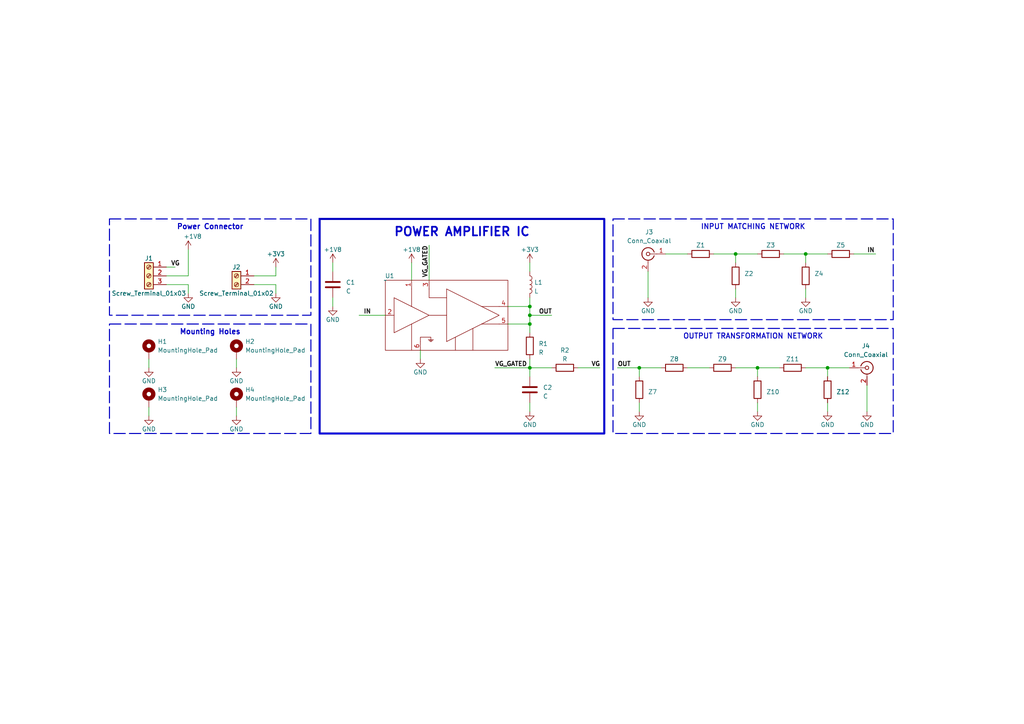
<source format=kicad_sch>
(kicad_sch (version 20230121) (generator eeschema)

  (uuid 5d4895a5-4978-461b-a9d9-a58d0da487db)

  (paper "A4")

  (title_block
    (title "Mini Asic Power Amplifier Test Board")
    (rev "1.0")
    (company "Universidade Federal do Rio Grande do Sul")
  )

  (lib_symbols
    (symbol "Connector:Conn_Coaxial" (pin_names (offset 1.016) hide) (in_bom yes) (on_board yes)
      (property "Reference" "J" (at 0.254 3.048 0)
        (effects (font (size 1.27 1.27)))
      )
      (property "Value" "Conn_Coaxial" (at 2.921 0 90)
        (effects (font (size 1.27 1.27)))
      )
      (property "Footprint" "" (at 0 0 0)
        (effects (font (size 1.27 1.27)) hide)
      )
      (property "Datasheet" " ~" (at 0 0 0)
        (effects (font (size 1.27 1.27)) hide)
      )
      (property "ki_keywords" "BNC SMA SMB SMC LEMO coaxial connector CINCH RCA" (at 0 0 0)
        (effects (font (size 1.27 1.27)) hide)
      )
      (property "ki_description" "coaxial connector (BNC, SMA, SMB, SMC, Cinch/RCA, LEMO, ...)" (at 0 0 0)
        (effects (font (size 1.27 1.27)) hide)
      )
      (property "ki_fp_filters" "*BNC* *SMA* *SMB* *SMC* *Cinch* *LEMO*" (at 0 0 0)
        (effects (font (size 1.27 1.27)) hide)
      )
      (symbol "Conn_Coaxial_0_1"
        (arc (start -1.778 -0.508) (mid 0.2311 -1.8066) (end 1.778 0)
          (stroke (width 0.254) (type default))
          (fill (type none))
        )
        (polyline
          (pts
            (xy -2.54 0)
            (xy -0.508 0)
          )
          (stroke (width 0) (type default))
          (fill (type none))
        )
        (polyline
          (pts
            (xy 0 -2.54)
            (xy 0 -1.778)
          )
          (stroke (width 0) (type default))
          (fill (type none))
        )
        (circle (center 0 0) (radius 0.508)
          (stroke (width 0.2032) (type default))
          (fill (type none))
        )
        (arc (start 1.778 0) (mid 0.2099 1.8101) (end -1.778 0.508)
          (stroke (width 0.254) (type default))
          (fill (type none))
        )
      )
      (symbol "Conn_Coaxial_1_1"
        (pin passive line (at -5.08 0 0) (length 2.54)
          (name "In" (effects (font (size 1.27 1.27))))
          (number "1" (effects (font (size 1.27 1.27))))
        )
        (pin passive line (at 0 -5.08 90) (length 2.54)
          (name "Ext" (effects (font (size 1.27 1.27))))
          (number "2" (effects (font (size 1.27 1.27))))
        )
      )
    )
    (symbol "Connector:Screw_Terminal_01x02" (pin_names (offset 1.016) hide) (in_bom yes) (on_board yes)
      (property "Reference" "J" (at 0 2.54 0)
        (effects (font (size 1.27 1.27)))
      )
      (property "Value" "Screw_Terminal_01x02" (at 0 -5.08 0)
        (effects (font (size 1.27 1.27)))
      )
      (property "Footprint" "" (at 0 0 0)
        (effects (font (size 1.27 1.27)) hide)
      )
      (property "Datasheet" "~" (at 0 0 0)
        (effects (font (size 1.27 1.27)) hide)
      )
      (property "ki_keywords" "screw terminal" (at 0 0 0)
        (effects (font (size 1.27 1.27)) hide)
      )
      (property "ki_description" "Generic screw terminal, single row, 01x02, script generated (kicad-library-utils/schlib/autogen/connector/)" (at 0 0 0)
        (effects (font (size 1.27 1.27)) hide)
      )
      (property "ki_fp_filters" "TerminalBlock*:*" (at 0 0 0)
        (effects (font (size 1.27 1.27)) hide)
      )
      (symbol "Screw_Terminal_01x02_1_1"
        (rectangle (start -1.27 1.27) (end 1.27 -3.81)
          (stroke (width 0.254) (type default))
          (fill (type background))
        )
        (circle (center 0 -2.54) (radius 0.635)
          (stroke (width 0.1524) (type default))
          (fill (type none))
        )
        (polyline
          (pts
            (xy -0.5334 -2.2098)
            (xy 0.3302 -3.048)
          )
          (stroke (width 0.1524) (type default))
          (fill (type none))
        )
        (polyline
          (pts
            (xy -0.5334 0.3302)
            (xy 0.3302 -0.508)
          )
          (stroke (width 0.1524) (type default))
          (fill (type none))
        )
        (polyline
          (pts
            (xy -0.3556 -2.032)
            (xy 0.508 -2.8702)
          )
          (stroke (width 0.1524) (type default))
          (fill (type none))
        )
        (polyline
          (pts
            (xy -0.3556 0.508)
            (xy 0.508 -0.3302)
          )
          (stroke (width 0.1524) (type default))
          (fill (type none))
        )
        (circle (center 0 0) (radius 0.635)
          (stroke (width 0.1524) (type default))
          (fill (type none))
        )
        (pin passive line (at -5.08 0 0) (length 3.81)
          (name "Pin_1" (effects (font (size 1.27 1.27))))
          (number "1" (effects (font (size 1.27 1.27))))
        )
        (pin passive line (at -5.08 -2.54 0) (length 3.81)
          (name "Pin_2" (effects (font (size 1.27 1.27))))
          (number "2" (effects (font (size 1.27 1.27))))
        )
      )
    )
    (symbol "Connector:Screw_Terminal_01x03" (pin_names (offset 1.016) hide) (in_bom yes) (on_board yes)
      (property "Reference" "J" (at 0 5.08 0)
        (effects (font (size 1.27 1.27)))
      )
      (property "Value" "Screw_Terminal_01x03" (at 0 -5.08 0)
        (effects (font (size 1.27 1.27)))
      )
      (property "Footprint" "" (at 0 0 0)
        (effects (font (size 1.27 1.27)) hide)
      )
      (property "Datasheet" "~" (at 0 0 0)
        (effects (font (size 1.27 1.27)) hide)
      )
      (property "ki_keywords" "screw terminal" (at 0 0 0)
        (effects (font (size 1.27 1.27)) hide)
      )
      (property "ki_description" "Generic screw terminal, single row, 01x03, script generated (kicad-library-utils/schlib/autogen/connector/)" (at 0 0 0)
        (effects (font (size 1.27 1.27)) hide)
      )
      (property "ki_fp_filters" "TerminalBlock*:*" (at 0 0 0)
        (effects (font (size 1.27 1.27)) hide)
      )
      (symbol "Screw_Terminal_01x03_1_1"
        (rectangle (start -1.27 3.81) (end 1.27 -3.81)
          (stroke (width 0.254) (type default))
          (fill (type background))
        )
        (circle (center 0 -2.54) (radius 0.635)
          (stroke (width 0.1524) (type default))
          (fill (type none))
        )
        (polyline
          (pts
            (xy -0.5334 -2.2098)
            (xy 0.3302 -3.048)
          )
          (stroke (width 0.1524) (type default))
          (fill (type none))
        )
        (polyline
          (pts
            (xy -0.5334 0.3302)
            (xy 0.3302 -0.508)
          )
          (stroke (width 0.1524) (type default))
          (fill (type none))
        )
        (polyline
          (pts
            (xy -0.5334 2.8702)
            (xy 0.3302 2.032)
          )
          (stroke (width 0.1524) (type default))
          (fill (type none))
        )
        (polyline
          (pts
            (xy -0.3556 -2.032)
            (xy 0.508 -2.8702)
          )
          (stroke (width 0.1524) (type default))
          (fill (type none))
        )
        (polyline
          (pts
            (xy -0.3556 0.508)
            (xy 0.508 -0.3302)
          )
          (stroke (width 0.1524) (type default))
          (fill (type none))
        )
        (polyline
          (pts
            (xy -0.3556 3.048)
            (xy 0.508 2.2098)
          )
          (stroke (width 0.1524) (type default))
          (fill (type none))
        )
        (circle (center 0 0) (radius 0.635)
          (stroke (width 0.1524) (type default))
          (fill (type none))
        )
        (circle (center 0 2.54) (radius 0.635)
          (stroke (width 0.1524) (type default))
          (fill (type none))
        )
        (pin passive line (at -5.08 2.54 0) (length 3.81)
          (name "Pin_1" (effects (font (size 1.27 1.27))))
          (number "1" (effects (font (size 1.27 1.27))))
        )
        (pin passive line (at -5.08 0 0) (length 3.81)
          (name "Pin_2" (effects (font (size 1.27 1.27))))
          (number "2" (effects (font (size 1.27 1.27))))
        )
        (pin passive line (at -5.08 -2.54 0) (length 3.81)
          (name "Pin_3" (effects (font (size 1.27 1.27))))
          (number "3" (effects (font (size 1.27 1.27))))
        )
      )
    )
    (symbol "Device:C" (pin_numbers hide) (pin_names (offset 0.254)) (in_bom yes) (on_board yes)
      (property "Reference" "C" (at 0.635 2.54 0)
        (effects (font (size 1.27 1.27)) (justify left))
      )
      (property "Value" "C" (at 0.635 -2.54 0)
        (effects (font (size 1.27 1.27)) (justify left))
      )
      (property "Footprint" "" (at 0.9652 -3.81 0)
        (effects (font (size 1.27 1.27)) hide)
      )
      (property "Datasheet" "~" (at 0 0 0)
        (effects (font (size 1.27 1.27)) hide)
      )
      (property "ki_keywords" "cap capacitor" (at 0 0 0)
        (effects (font (size 1.27 1.27)) hide)
      )
      (property "ki_description" "Unpolarized capacitor" (at 0 0 0)
        (effects (font (size 1.27 1.27)) hide)
      )
      (property "ki_fp_filters" "C_*" (at 0 0 0)
        (effects (font (size 1.27 1.27)) hide)
      )
      (symbol "C_0_1"
        (polyline
          (pts
            (xy -2.032 -0.762)
            (xy 2.032 -0.762)
          )
          (stroke (width 0.508) (type default))
          (fill (type none))
        )
        (polyline
          (pts
            (xy -2.032 0.762)
            (xy 2.032 0.762)
          )
          (stroke (width 0.508) (type default))
          (fill (type none))
        )
      )
      (symbol "C_1_1"
        (pin passive line (at 0 3.81 270) (length 2.794)
          (name "~" (effects (font (size 1.27 1.27))))
          (number "1" (effects (font (size 1.27 1.27))))
        )
        (pin passive line (at 0 -3.81 90) (length 2.794)
          (name "~" (effects (font (size 1.27 1.27))))
          (number "2" (effects (font (size 1.27 1.27))))
        )
      )
    )
    (symbol "Device:L" (pin_numbers hide) (pin_names (offset 1.016) hide) (in_bom yes) (on_board yes)
      (property "Reference" "L" (at -1.27 0 90)
        (effects (font (size 1.27 1.27)))
      )
      (property "Value" "L" (at 1.905 0 90)
        (effects (font (size 1.27 1.27)))
      )
      (property "Footprint" "" (at 0 0 0)
        (effects (font (size 1.27 1.27)) hide)
      )
      (property "Datasheet" "~" (at 0 0 0)
        (effects (font (size 1.27 1.27)) hide)
      )
      (property "ki_keywords" "inductor choke coil reactor magnetic" (at 0 0 0)
        (effects (font (size 1.27 1.27)) hide)
      )
      (property "ki_description" "Inductor" (at 0 0 0)
        (effects (font (size 1.27 1.27)) hide)
      )
      (property "ki_fp_filters" "Choke_* *Coil* Inductor_* L_*" (at 0 0 0)
        (effects (font (size 1.27 1.27)) hide)
      )
      (symbol "L_0_1"
        (arc (start 0 -2.54) (mid 0.6323 -1.905) (end 0 -1.27)
          (stroke (width 0) (type default))
          (fill (type none))
        )
        (arc (start 0 -1.27) (mid 0.6323 -0.635) (end 0 0)
          (stroke (width 0) (type default))
          (fill (type none))
        )
        (arc (start 0 0) (mid 0.6323 0.635) (end 0 1.27)
          (stroke (width 0) (type default))
          (fill (type none))
        )
        (arc (start 0 1.27) (mid 0.6323 1.905) (end 0 2.54)
          (stroke (width 0) (type default))
          (fill (type none))
        )
      )
      (symbol "L_1_1"
        (pin passive line (at 0 3.81 270) (length 1.27)
          (name "1" (effects (font (size 1.27 1.27))))
          (number "1" (effects (font (size 1.27 1.27))))
        )
        (pin passive line (at 0 -3.81 90) (length 1.27)
          (name "2" (effects (font (size 1.27 1.27))))
          (number "2" (effects (font (size 1.27 1.27))))
        )
      )
    )
    (symbol "Device:R" (pin_numbers hide) (pin_names (offset 0)) (in_bom yes) (on_board yes)
      (property "Reference" "R" (at 2.032 0 90)
        (effects (font (size 1.27 1.27)))
      )
      (property "Value" "R" (at 0 0 90)
        (effects (font (size 1.27 1.27)))
      )
      (property "Footprint" "" (at -1.778 0 90)
        (effects (font (size 1.27 1.27)) hide)
      )
      (property "Datasheet" "~" (at 0 0 0)
        (effects (font (size 1.27 1.27)) hide)
      )
      (property "ki_keywords" "R res resistor" (at 0 0 0)
        (effects (font (size 1.27 1.27)) hide)
      )
      (property "ki_description" "Resistor" (at 0 0 0)
        (effects (font (size 1.27 1.27)) hide)
      )
      (property "ki_fp_filters" "R_*" (at 0 0 0)
        (effects (font (size 1.27 1.27)) hide)
      )
      (symbol "R_0_1"
        (rectangle (start -1.016 -2.54) (end 1.016 2.54)
          (stroke (width 0.254) (type default))
          (fill (type none))
        )
      )
      (symbol "R_1_1"
        (pin passive line (at 0 3.81 270) (length 1.27)
          (name "~" (effects (font (size 1.27 1.27))))
          (number "1" (effects (font (size 1.27 1.27))))
        )
        (pin passive line (at 0 -3.81 90) (length 1.27)
          (name "~" (effects (font (size 1.27 1.27))))
          (number "2" (effects (font (size 1.27 1.27))))
        )
      )
    )
    (symbol "Mechanical:MountingHole_Pad" (pin_numbers hide) (pin_names (offset 1.016) hide) (in_bom yes) (on_board yes)
      (property "Reference" "H" (at 0 6.35 0)
        (effects (font (size 1.27 1.27)))
      )
      (property "Value" "MountingHole_Pad" (at 0 4.445 0)
        (effects (font (size 1.27 1.27)))
      )
      (property "Footprint" "" (at 0 0 0)
        (effects (font (size 1.27 1.27)) hide)
      )
      (property "Datasheet" "~" (at 0 0 0)
        (effects (font (size 1.27 1.27)) hide)
      )
      (property "ki_keywords" "mounting hole" (at 0 0 0)
        (effects (font (size 1.27 1.27)) hide)
      )
      (property "ki_description" "Mounting Hole with connection" (at 0 0 0)
        (effects (font (size 1.27 1.27)) hide)
      )
      (property "ki_fp_filters" "MountingHole*Pad*" (at 0 0 0)
        (effects (font (size 1.27 1.27)) hide)
      )
      (symbol "MountingHole_Pad_0_1"
        (circle (center 0 1.27) (radius 1.27)
          (stroke (width 1.27) (type default))
          (fill (type none))
        )
      )
      (symbol "MountingHole_Pad_1_1"
        (pin input line (at 0 -2.54 90) (length 2.54)
          (name "1" (effects (font (size 1.27 1.27))))
          (number "1" (effects (font (size 1.27 1.27))))
        )
      )
    )
    (symbol "MiniAsic2020_Library_Symbol:PA" (pin_names (offset 0) hide) (in_bom yes) (on_board yes)
      (property "Reference" "U" (at 32.512 1.778 0)
        (effects (font (size 1.27 1.27)))
      )
      (property "Value" "" (at 0 0 0)
        (effects (font (size 1.27 1.27)))
      )
      (property "Footprint" "MiniAsic2020_Library_Footprint:MiniAsic2020_MPW_Chip" (at 26.416 -21.844 0)
        (effects (font (size 1.27 1.27)) hide)
      )
      (property "Datasheet" "" (at 0 0 0)
        (effects (font (size 1.27 1.27)) hide)
      )
      (property "ki_description" "MiniAsic 2020 Power Amplifier" (at 0 0 0)
        (effects (font (size 1.27 1.27)) hide)
      )
      (symbol "PA_0_1"
        (polyline
          (pts
            (xy 12.446 -17.272)
            (xy 13.97 -17.272)
          )
          (stroke (width 0) (type default))
          (fill (type none))
        )
        (polyline
          (pts
            (xy 12.7 -17.526)
            (xy 13.716 -17.526)
          )
          (stroke (width 0) (type default))
          (fill (type none))
        )
        (polyline
          (pts
            (xy 12.954 -17.78)
            (xy 13.462 -17.78)
          )
          (stroke (width 0) (type default))
          (fill (type none))
        )
        (polyline
          (pts
            (xy 10.16 -17.78)
            (xy 10.16 -16.51)
            (xy 13.208 -16.51)
            (xy 13.208 -17.272)
          )
          (stroke (width 0) (type default))
          (fill (type none))
        )
      )
      (symbol "PA_1_1"
        (polyline
          (pts
            (xy 7.62 -20.32)
            (xy 7.62 -12.7)
          )
          (stroke (width 0) (type default))
          (fill (type none))
        )
        (polyline
          (pts
            (xy 7.62 -2.54)
            (xy 7.62 -7.62)
          )
          (stroke (width 0) (type default))
          (fill (type none))
        )
        (polyline
          (pts
            (xy 12.7 -10.16)
            (xy 17.78 -10.16)
          )
          (stroke (width 0) (type default))
          (fill (type none))
        )
        (polyline
          (pts
            (xy 17.78 -2.54)
            (xy 17.78 -17.78)
          )
          (stroke (width 0) (type default))
          (fill (type none))
        )
        (polyline
          (pts
            (xy 20.32 -20.32)
            (xy 20.32 -16.51)
          )
          (stroke (width 0) (type default))
          (fill (type none))
        )
        (polyline
          (pts
            (xy 25.4 -20.32)
            (xy 25.4 -13.97)
          )
          (stroke (width 0) (type default))
          (fill (type none))
        )
        (polyline
          (pts
            (xy 33.02 -12.7)
            (xy 27.94 -12.7)
          )
          (stroke (width 0) (type default))
          (fill (type none))
        )
        (polyline
          (pts
            (xy 33.02 -7.62)
            (xy 27.94 -7.62)
          )
          (stroke (width 0) (type default))
          (fill (type none))
        )
        (polyline
          (pts
            (xy 12.7 -2.54)
            (xy 12.7 -5.08)
            (xy 17.78 -5.08)
          )
          (stroke (width 0) (type default))
          (fill (type none))
        )
        (polyline
          (pts
            (xy 17.78 -17.78)
            (xy 33.02 -10.16)
            (xy 17.78 -2.54)
          )
          (stroke (width 0) (type default))
          (fill (type none))
        )
        (polyline
          (pts
            (xy 2.54 -5.08)
            (xy 2.54 -15.24)
            (xy 12.7 -10.16)
            (xy 2.54 -5.08)
          )
          (stroke (width 0) (type default))
          (fill (type none))
        )
        (rectangle (start 0 0) (end 35.56 -20.32)
          (stroke (width 0) (type default))
          (fill (type none))
        )
        (pin bidirectional line (at 7.62 0 270) (length 2.54)
          (name "DRV_VDD" (effects (font (size 1.27 1.27))))
          (number "1" (effects (font (size 1.27 1.27))))
        )
        (pin input line (at 0 -10.16 0) (length 2.54)
          (name "IN" (effects (font (size 1.27 1.27))))
          (number "2" (effects (font (size 1.27 1.27))))
        )
        (pin input line (at 12.7 0 270) (length 2.54)
          (name "VG" (effects (font (size 1.27 1.27))))
          (number "3" (effects (font (size 1.27 1.27))))
        )
        (pin output line (at 35.56 -7.62 180) (length 2.54)
          (name "OUT_1" (effects (font (size 1.27 1.27))))
          (number "4" (effects (font (size 1.27 1.27))))
        )
        (pin output line (at 35.56 -12.7 180) (length 2.54)
          (name "OUT_2" (effects (font (size 1.27 1.27))))
          (number "5" (effects (font (size 1.27 1.27))))
        )
        (pin power_in line (at 10.16 -20.32 90) (length 2.54)
          (name "GND" (effects (font (size 1.27 1.27))))
          (number "6" (effects (font (size 1.27 1.27))))
        )
      )
    )
    (symbol "power:+1V8" (power) (pin_names (offset 0)) (in_bom yes) (on_board yes)
      (property "Reference" "#PWR" (at 0 -3.81 0)
        (effects (font (size 1.27 1.27)) hide)
      )
      (property "Value" "+1V8" (at 0 3.556 0)
        (effects (font (size 1.27 1.27)))
      )
      (property "Footprint" "" (at 0 0 0)
        (effects (font (size 1.27 1.27)) hide)
      )
      (property "Datasheet" "" (at 0 0 0)
        (effects (font (size 1.27 1.27)) hide)
      )
      (property "ki_keywords" "global power" (at 0 0 0)
        (effects (font (size 1.27 1.27)) hide)
      )
      (property "ki_description" "Power symbol creates a global label with name \"+1V8\"" (at 0 0 0)
        (effects (font (size 1.27 1.27)) hide)
      )
      (symbol "+1V8_0_1"
        (polyline
          (pts
            (xy -0.762 1.27)
            (xy 0 2.54)
          )
          (stroke (width 0) (type default))
          (fill (type none))
        )
        (polyline
          (pts
            (xy 0 0)
            (xy 0 2.54)
          )
          (stroke (width 0) (type default))
          (fill (type none))
        )
        (polyline
          (pts
            (xy 0 2.54)
            (xy 0.762 1.27)
          )
          (stroke (width 0) (type default))
          (fill (type none))
        )
      )
      (symbol "+1V8_1_1"
        (pin power_in line (at 0 0 90) (length 0) hide
          (name "+1V8" (effects (font (size 1.27 1.27))))
          (number "1" (effects (font (size 1.27 1.27))))
        )
      )
    )
    (symbol "power:+3V3" (power) (pin_names (offset 0)) (in_bom yes) (on_board yes)
      (property "Reference" "#PWR" (at 0 -3.81 0)
        (effects (font (size 1.27 1.27)) hide)
      )
      (property "Value" "+3V3" (at 0 3.556 0)
        (effects (font (size 1.27 1.27)))
      )
      (property "Footprint" "" (at 0 0 0)
        (effects (font (size 1.27 1.27)) hide)
      )
      (property "Datasheet" "" (at 0 0 0)
        (effects (font (size 1.27 1.27)) hide)
      )
      (property "ki_keywords" "global power" (at 0 0 0)
        (effects (font (size 1.27 1.27)) hide)
      )
      (property "ki_description" "Power symbol creates a global label with name \"+3V3\"" (at 0 0 0)
        (effects (font (size 1.27 1.27)) hide)
      )
      (symbol "+3V3_0_1"
        (polyline
          (pts
            (xy -0.762 1.27)
            (xy 0 2.54)
          )
          (stroke (width 0) (type default))
          (fill (type none))
        )
        (polyline
          (pts
            (xy 0 0)
            (xy 0 2.54)
          )
          (stroke (width 0) (type default))
          (fill (type none))
        )
        (polyline
          (pts
            (xy 0 2.54)
            (xy 0.762 1.27)
          )
          (stroke (width 0) (type default))
          (fill (type none))
        )
      )
      (symbol "+3V3_1_1"
        (pin power_in line (at 0 0 90) (length 0) hide
          (name "+3V3" (effects (font (size 1.27 1.27))))
          (number "1" (effects (font (size 1.27 1.27))))
        )
      )
    )
    (symbol "power:GND" (power) (pin_names (offset 0)) (in_bom yes) (on_board yes)
      (property "Reference" "#PWR" (at 0 -6.35 0)
        (effects (font (size 1.27 1.27)) hide)
      )
      (property "Value" "GND" (at 0 -3.81 0)
        (effects (font (size 1.27 1.27)))
      )
      (property "Footprint" "" (at 0 0 0)
        (effects (font (size 1.27 1.27)) hide)
      )
      (property "Datasheet" "" (at 0 0 0)
        (effects (font (size 1.27 1.27)) hide)
      )
      (property "ki_keywords" "global power" (at 0 0 0)
        (effects (font (size 1.27 1.27)) hide)
      )
      (property "ki_description" "Power symbol creates a global label with name \"GND\" , ground" (at 0 0 0)
        (effects (font (size 1.27 1.27)) hide)
      )
      (symbol "GND_0_1"
        (polyline
          (pts
            (xy 0 0)
            (xy 0 -1.27)
            (xy 1.27 -1.27)
            (xy 0 -2.54)
            (xy -1.27 -1.27)
            (xy 0 -1.27)
          )
          (stroke (width 0) (type default))
          (fill (type none))
        )
      )
      (symbol "GND_1_1"
        (pin power_in line (at 0 0 270) (length 0) hide
          (name "GND" (effects (font (size 1.27 1.27))))
          (number "1" (effects (font (size 1.27 1.27))))
        )
      )
    )
  )

  (junction (at 240.03 106.68) (diameter 0) (color 0 0 0 0)
    (uuid 0e7e0c06-4f85-4158-b4fc-15de6ce8883e)
  )
  (junction (at 213.36 73.66) (diameter 0) (color 0 0 0 0)
    (uuid 16a1be33-604e-4b0d-8f12-7f8459a1f839)
  )
  (junction (at 233.68 73.66) (diameter 0) (color 0 0 0 0)
    (uuid 4e869e20-a76e-4226-801f-6f4db12f8efa)
  )
  (junction (at 153.67 88.9) (diameter 0) (color 0 0 0 0)
    (uuid 8e3356c0-7539-43aa-bbf0-5b8ced5775eb)
  )
  (junction (at 153.67 93.98) (diameter 0) (color 0 0 0 0)
    (uuid a3e18e99-bfce-4006-84f7-c1221cd14ca3)
  )
  (junction (at 185.42 106.68) (diameter 0) (color 0 0 0 0)
    (uuid a4d7278a-4e0d-4047-b644-db324934940b)
  )
  (junction (at 153.67 91.44) (diameter 0) (color 0 0 0 0)
    (uuid c07f3317-04f1-442e-b158-4abc4989c9b8)
  )
  (junction (at 219.71 106.68) (diameter 0) (color 0 0 0 0)
    (uuid dcb0eb4e-a51d-4a8b-8a4f-74e523daeb36)
  )
  (junction (at 153.67 106.68) (diameter 0) (color 0 0 0 0)
    (uuid f948a6e5-5e2e-4ebf-a58b-b5a2cafbbc10)
  )

  (wire (pts (xy 185.42 116.84) (xy 185.42 119.38))
    (stroke (width 0) (type default))
    (uuid 0212b2fe-2348-4191-85cb-40b4077f76a4)
  )
  (wire (pts (xy 213.36 73.66) (xy 213.36 76.2))
    (stroke (width 0) (type default))
    (uuid 093e6196-af74-48f7-954b-b70eef75e069)
  )
  (wire (pts (xy 54.61 72.39) (xy 54.61 80.01))
    (stroke (width 0) (type default))
    (uuid 0e5dd5a2-abaf-44e4-85c1-a58a095daed2)
  )
  (wire (pts (xy 54.61 85.09) (xy 54.61 82.55))
    (stroke (width 0) (type default))
    (uuid 1254de01-13f5-472f-9981-ec7f05ea9763)
  )
  (wire (pts (xy 251.46 111.76) (xy 251.46 119.38))
    (stroke (width 0) (type default))
    (uuid 13a07a6d-2992-4e46-8361-b146b040db77)
  )
  (wire (pts (xy 187.96 78.74) (xy 187.96 86.36))
    (stroke (width 0) (type default))
    (uuid 17e2a9be-3c63-49ce-a4ed-d2dbf3bce6b4)
  )
  (wire (pts (xy 153.67 76.2) (xy 153.67 78.74))
    (stroke (width 0) (type default))
    (uuid 28c41193-bd19-4d11-b5a2-60d408ab8a8a)
  )
  (wire (pts (xy 185.42 106.68) (xy 191.77 106.68))
    (stroke (width 0) (type default))
    (uuid 2d399814-af5e-40c4-a9e7-e8ec80b3aa1e)
  )
  (wire (pts (xy 96.52 76.2) (xy 96.52 78.74))
    (stroke (width 0) (type default))
    (uuid 2fd94c70-bb15-4b4d-af06-79ca76161c31)
  )
  (wire (pts (xy 240.03 116.84) (xy 240.03 119.38))
    (stroke (width 0) (type default))
    (uuid 3205c057-67ee-40cc-a10f-9857e89c15c2)
  )
  (wire (pts (xy 240.03 106.68) (xy 240.03 109.22))
    (stroke (width 0) (type default))
    (uuid 34d2c9e6-6576-4dc9-8def-b74c3dab9170)
  )
  (wire (pts (xy 73.66 80.01) (xy 80.01 80.01))
    (stroke (width 0) (type default))
    (uuid 3952c76e-6f10-443e-aa5c-fbeefcceac9f)
  )
  (wire (pts (xy 233.68 73.66) (xy 240.03 73.66))
    (stroke (width 0) (type default))
    (uuid 3e676a47-3206-42e8-86f4-336f797847ba)
  )
  (wire (pts (xy 43.18 104.14) (xy 43.18 106.68))
    (stroke (width 0) (type default))
    (uuid 4196677c-eaae-4e57-ae72-e3c59fc56598)
  )
  (wire (pts (xy 185.42 109.22) (xy 185.42 106.68))
    (stroke (width 0) (type default))
    (uuid 50aa7708-b036-4a36-9334-efbe5a0c24d1)
  )
  (wire (pts (xy 153.67 86.36) (xy 153.67 88.9))
    (stroke (width 0) (type default))
    (uuid 54212b9d-f3ef-4aa7-9e2c-aed3508bffb9)
  )
  (wire (pts (xy 147.32 88.9) (xy 153.67 88.9))
    (stroke (width 0) (type default))
    (uuid 56ab7935-d6ba-4ed1-bed9-5d4675b84b23)
  )
  (wire (pts (xy 153.67 88.9) (xy 153.67 91.44))
    (stroke (width 0) (type default))
    (uuid 58450121-3b99-4401-8e25-a26edf602b0e)
  )
  (wire (pts (xy 124.46 71.12) (xy 124.46 81.28))
    (stroke (width 0) (type default))
    (uuid 5e3bda49-6eb3-46f3-bd13-194fee41d95d)
  )
  (wire (pts (xy 43.18 118.11) (xy 43.18 120.65))
    (stroke (width 0) (type default))
    (uuid 5f3568a5-899f-4d8e-8e75-f071f5cc5eb2)
  )
  (wire (pts (xy 119.38 76.2) (xy 119.38 81.28))
    (stroke (width 0) (type default))
    (uuid 64276254-2ffd-4619-8558-757f256f21d9)
  )
  (wire (pts (xy 73.66 82.55) (xy 80.01 82.55))
    (stroke (width 0) (type default))
    (uuid 6430fde1-ae84-4413-a35c-2662f1a2bba1)
  )
  (wire (pts (xy 68.58 118.11) (xy 68.58 120.65))
    (stroke (width 0) (type default))
    (uuid 66e4cf83-0b10-482c-bc59-4ffcde4e40fb)
  )
  (wire (pts (xy 153.67 91.44) (xy 160.02 91.44))
    (stroke (width 0) (type default))
    (uuid 67657aa9-a725-4ac1-a2dc-0cbef87acd2a)
  )
  (wire (pts (xy 121.92 101.6) (xy 121.92 104.14))
    (stroke (width 0) (type default))
    (uuid 6d1504d5-6575-4552-b840-0f0500076743)
  )
  (wire (pts (xy 213.36 73.66) (xy 219.71 73.66))
    (stroke (width 0) (type default))
    (uuid 7225fee7-e7e1-4c0f-9938-17d7ea289abf)
  )
  (wire (pts (xy 233.68 106.68) (xy 240.03 106.68))
    (stroke (width 0) (type default))
    (uuid 73c9e96e-89cf-42b3-84ae-cd0b93527042)
  )
  (wire (pts (xy 153.67 116.84) (xy 153.67 119.38))
    (stroke (width 0) (type default))
    (uuid 78761a5c-9a6e-4c4a-8abe-3593a5eb2ee7)
  )
  (wire (pts (xy 233.68 83.82) (xy 233.68 86.36))
    (stroke (width 0) (type default))
    (uuid 7893396b-b60e-4cd1-9fae-e4630b93334e)
  )
  (wire (pts (xy 143.51 106.68) (xy 153.67 106.68))
    (stroke (width 0) (type default))
    (uuid 79edbc18-ffb6-48ee-ae7d-9c587ca43edb)
  )
  (wire (pts (xy 179.07 106.68) (xy 185.42 106.68))
    (stroke (width 0) (type default))
    (uuid 7c75a167-5114-4566-becf-ea67034f0fc5)
  )
  (wire (pts (xy 104.14 91.44) (xy 111.76 91.44))
    (stroke (width 0) (type default))
    (uuid 8029008e-f8b4-42bd-a35a-805f815aae93)
  )
  (wire (pts (xy 153.67 106.68) (xy 160.02 106.68))
    (stroke (width 0) (type default))
    (uuid 8aa99ea5-3d34-4f3b-a5e3-eb429c849fa8)
  )
  (wire (pts (xy 96.52 86.36) (xy 96.52 88.9))
    (stroke (width 0) (type default))
    (uuid 941a9100-8229-4ead-aa00-93c94253a6ea)
  )
  (wire (pts (xy 240.03 106.68) (xy 246.38 106.68))
    (stroke (width 0) (type default))
    (uuid 9450cb5b-246c-4f01-be2a-805f8d99c771)
  )
  (wire (pts (xy 247.65 73.66) (xy 254 73.66))
    (stroke (width 0) (type default))
    (uuid a2688d37-c683-4b90-8d4b-8dd5a4cb0cdd)
  )
  (wire (pts (xy 153.67 106.68) (xy 153.67 109.22))
    (stroke (width 0) (type default))
    (uuid a421094e-e261-4569-8d48-f59dc6f8d39c)
  )
  (wire (pts (xy 153.67 93.98) (xy 153.67 96.52))
    (stroke (width 0) (type default))
    (uuid a98894aa-8a3d-4143-b90a-2065e94354b2)
  )
  (wire (pts (xy 80.01 80.01) (xy 80.01 77.47))
    (stroke (width 0) (type default))
    (uuid a9cce44b-ea04-47d2-9652-77f911b7f2da)
  )
  (wire (pts (xy 147.32 93.98) (xy 153.67 93.98))
    (stroke (width 0) (type default))
    (uuid ab5ebee9-40cf-43a5-a40e-2d4c38fb8051)
  )
  (wire (pts (xy 199.39 106.68) (xy 205.74 106.68))
    (stroke (width 0) (type default))
    (uuid acf5b2cf-93a0-43e0-b43a-1459619001fe)
  )
  (wire (pts (xy 213.36 106.68) (xy 219.71 106.68))
    (stroke (width 0) (type default))
    (uuid b3f8f7cd-c565-4690-960f-915019dfa5e5)
  )
  (wire (pts (xy 233.68 73.66) (xy 233.68 76.2))
    (stroke (width 0) (type default))
    (uuid ba5a9e30-0491-48f0-820e-379b2d4c4feb)
  )
  (wire (pts (xy 207.01 73.66) (xy 213.36 73.66))
    (stroke (width 0) (type default))
    (uuid bee1be13-05f4-4a24-8421-f541115ddc2f)
  )
  (wire (pts (xy 54.61 82.55) (xy 48.26 82.55))
    (stroke (width 0) (type default))
    (uuid c4eb32af-440a-41b7-87b8-70cbd3884d7e)
  )
  (wire (pts (xy 54.61 80.01) (xy 48.26 80.01))
    (stroke (width 0) (type default))
    (uuid c6597540-96bd-498c-811e-629dd4727752)
  )
  (wire (pts (xy 167.64 106.68) (xy 173.99 106.68))
    (stroke (width 0) (type default))
    (uuid c973f2b6-e764-411e-bb5d-2095955fe837)
  )
  (wire (pts (xy 48.26 77.47) (xy 50.8 77.47))
    (stroke (width 0) (type default))
    (uuid d4483de4-2b42-4192-b2c0-d4b691c8d8a9)
  )
  (wire (pts (xy 227.33 73.66) (xy 233.68 73.66))
    (stroke (width 0) (type default))
    (uuid d4bbfb59-83ba-49ae-bafb-0541dedfe518)
  )
  (wire (pts (xy 193.04 73.66) (xy 199.39 73.66))
    (stroke (width 0) (type default))
    (uuid db547bb9-7654-4c67-949c-2f5be83c89e4)
  )
  (wire (pts (xy 219.71 106.68) (xy 226.06 106.68))
    (stroke (width 0) (type default))
    (uuid dbb00016-6c47-472c-8866-dd1b6d0ba23d)
  )
  (wire (pts (xy 80.01 82.55) (xy 80.01 85.09))
    (stroke (width 0) (type default))
    (uuid e536dc96-1dd8-4ad2-b602-1634695f2ef5)
  )
  (wire (pts (xy 153.67 91.44) (xy 153.67 93.98))
    (stroke (width 0) (type default))
    (uuid f0b887fd-2b0c-4e46-912a-77532ba7583d)
  )
  (wire (pts (xy 219.71 116.84) (xy 219.71 119.38))
    (stroke (width 0) (type default))
    (uuid f3be858c-79d0-4f46-8e68-216aaa0c5a94)
  )
  (wire (pts (xy 219.71 106.68) (xy 219.71 109.22))
    (stroke (width 0) (type default))
    (uuid f46e8711-384b-490a-bf0e-504626bd1ac7)
  )
  (wire (pts (xy 68.58 104.14) (xy 68.58 106.68))
    (stroke (width 0) (type default))
    (uuid fb62181f-9f8d-42ca-8db8-ff9970ed7462)
  )
  (wire (pts (xy 153.67 104.14) (xy 153.67 106.68))
    (stroke (width 0) (type default))
    (uuid fc74331c-365b-4e7c-9c24-7aec492fea64)
  )
  (wire (pts (xy 213.36 83.82) (xy 213.36 86.36))
    (stroke (width 0) (type default))
    (uuid fe2d1237-c4c3-46f3-84ae-07494d9e6176)
  )

  (text_box "INPUT MATCHING NETWORK"
    (at 177.8 63.5 0) (size 81.28 29.21)
    (stroke (width 0.3) (type dash))
    (fill (type none))
    (effects (font (size 1.5 1.5) (thickness 0.254) bold) (justify top))
    (uuid 0f6e3d39-b4cb-4d7e-bbb6-12b220680f42)
  )
  (text_box "Mounting Holes"
    (at 31.75 93.98 0) (size 58.42 31.75)
    (stroke (width 0.3) (type dash))
    (fill (type none))
    (effects (font (size 1.5 1.5) (thickness 0.3) bold) (justify top))
    (uuid 54c9ef59-767f-43bc-a03c-476615dc8982)
  )
  (text_box "OUTPUT TRANSFORMATION NETWORK"
    (at 177.8 95.25 0) (size 81.28 30.48)
    (stroke (width 0.3) (type dash))
    (fill (type none))
    (effects (font (size 1.5 1.5) (thickness 0.254) bold) (justify top))
    (uuid 925ce2be-2dcd-4b70-b2e3-3d64521b1a88)
  )
  (text_box "Power Connector"
    (at 31.75 63.5 0) (size 58.42 27.94)
    (stroke (width 0.3) (type dash))
    (fill (type none))
    (effects (font (size 1.5 1.5) (thickness 0.3) bold) (justify top))
    (uuid a096ba96-d9f1-405c-891d-2bc9197b37a4)
  )
  (text_box "POWER AMPLIFIER IC"
    (at 92.71 63.5 0) (size 82.55 62.23)
    (stroke (width 0.6) (type solid))
    (fill (type none))
    (effects (font (size 2.5 2.5) bold) (justify top))
    (uuid f310b515-a129-451e-afb1-588a2fdcd382)
  )

  (label "VG_GATED" (at 124.46 71.12 270) (fields_autoplaced)
    (effects (font (size 1.27 1.27) bold) (justify right bottom))
    (uuid 32dc3841-c46b-4564-8bf1-e213af55f433)
  )
  (label "OUT" (at 156.21 91.44 0) (fields_autoplaced)
    (effects (font (size 1.27 1.27) bold) (justify left bottom))
    (uuid 43d8b5b9-0ca1-4c89-84a7-76606ea05ebe)
  )
  (label "VG_GATED" (at 143.51 106.68 0) (fields_autoplaced)
    (effects (font (size 1.27 1.27) bold) (justify left bottom))
    (uuid 46b8a7cb-0577-47e3-aa22-bc42b90e7220)
  )
  (label "IN" (at 105.41 91.44 0) (fields_autoplaced)
    (effects (font (size 1.27 1.27) bold) (justify left bottom))
    (uuid 7c9c22c6-a737-421e-adfe-15feca53ba04)
  )
  (label "OUT" (at 179.07 106.68 0) (fields_autoplaced)
    (effects (font (size 1.27 1.27) (thickness 0.254) bold) (justify left bottom))
    (uuid 846bd961-c305-4843-92bc-8a4959ff936c)
  )
  (label "VG" (at 171.45 106.68 0) (fields_autoplaced)
    (effects (font (size 1.27 1.27) bold) (justify left bottom))
    (uuid 990de991-aa72-43bf-a013-4d79a3518718)
  )
  (label "VG" (at 49.53 77.47 0) (fields_autoplaced)
    (effects (font (size 1.27 1.27) bold) (justify left bottom))
    (uuid a06c86f7-7610-4556-b2af-5bad097b9b96)
  )
  (label "IN" (at 251.46 73.66 0) (fields_autoplaced)
    (effects (font (size 1.27 1.27) (thickness 0.254) bold) (justify left bottom))
    (uuid df23f4b1-9f07-4bc9-bb38-7f288b8b41c9)
  )

  (symbol (lib_id "power:GND") (at 185.42 119.38 0) (unit 1)
    (in_bom yes) (on_board yes) (dnp no)
    (uuid 019c7c61-baf0-4a1c-8b2f-5163ccbe336e)
    (property "Reference" "#PWR010" (at 185.42 125.73 0)
      (effects (font (size 1.27 1.27)) hide)
    )
    (property "Value" "GND" (at 185.42 123.19 0)
      (effects (font (size 1.27 1.27)))
    )
    (property "Footprint" "" (at 185.42 119.38 0)
      (effects (font (size 1.27 1.27)) hide)
    )
    (property "Datasheet" "" (at 185.42 119.38 0)
      (effects (font (size 1.27 1.27)) hide)
    )
    (pin "1" (uuid e86af782-66d8-4b9e-bddf-bb5452f43ee7))
    (instances
      (project "MiniAsic_2020"
        (path "/5d4895a5-4978-461b-a9d9-a58d0da487db"
          (reference "#PWR010") (unit 1)
        )
      )
    )
  )

  (symbol (lib_id "power:GND") (at 251.46 119.38 0) (unit 1)
    (in_bom yes) (on_board yes) (dnp no)
    (uuid 18fe29cf-af2f-4763-b4d0-0363a81cf85e)
    (property "Reference" "#PWR014" (at 251.46 125.73 0)
      (effects (font (size 1.27 1.27)) hide)
    )
    (property "Value" "GND" (at 251.46 123.19 0)
      (effects (font (size 1.27 1.27)))
    )
    (property "Footprint" "" (at 251.46 119.38 0)
      (effects (font (size 1.27 1.27)) hide)
    )
    (property "Datasheet" "" (at 251.46 119.38 0)
      (effects (font (size 1.27 1.27)) hide)
    )
    (pin "1" (uuid aba07ae8-d615-4196-acb4-3f0464838507))
    (instances
      (project "MiniAsic_2020"
        (path "/5d4895a5-4978-461b-a9d9-a58d0da487db"
          (reference "#PWR014") (unit 1)
        )
      )
    )
  )

  (symbol (lib_id "Device:R") (at 153.67 100.33 0) (unit 1)
    (in_bom yes) (on_board yes) (dnp no) (fields_autoplaced)
    (uuid 1d1cf316-90ab-4542-ae5b-b8417d10a543)
    (property "Reference" "R1" (at 156.21 99.695 0)
      (effects (font (size 1.27 1.27)) (justify left))
    )
    (property "Value" "R" (at 156.21 102.235 0)
      (effects (font (size 1.27 1.27)) (justify left))
    )
    (property "Footprint" "Resistor_SMD:R_0603_1608Metric" (at 151.892 100.33 90)
      (effects (font (size 1.27 1.27)) hide)
    )
    (property "Datasheet" "~" (at 153.67 100.33 0)
      (effects (font (size 1.27 1.27)) hide)
    )
    (pin "1" (uuid 2c23ea2c-3324-440a-9467-872411a7dd58))
    (pin "2" (uuid edcf9473-a976-4240-a0a2-5b111e593ccb))
    (instances
      (project "MiniAsic_2020"
        (path "/5d4895a5-4978-461b-a9d9-a58d0da487db"
          (reference "R1") (unit 1)
        )
      )
    )
  )

  (symbol (lib_id "power:GND") (at 43.18 120.65 0) (unit 1)
    (in_bom yes) (on_board yes) (dnp no)
    (uuid 20aaa6bf-fdbf-4c93-b7ee-1af34e594535)
    (property "Reference" "#PWR017" (at 43.18 127 0)
      (effects (font (size 1.27 1.27)) hide)
    )
    (property "Value" "GND" (at 43.18 124.46 0)
      (effects (font (size 1.27 1.27)))
    )
    (property "Footprint" "" (at 43.18 120.65 0)
      (effects (font (size 1.27 1.27)) hide)
    )
    (property "Datasheet" "" (at 43.18 120.65 0)
      (effects (font (size 1.27 1.27)) hide)
    )
    (pin "1" (uuid f0aaff5e-e02e-4fab-8c0b-ae94c046a51f))
    (instances
      (project "MiniAsic_2020"
        (path "/5d4895a5-4978-461b-a9d9-a58d0da487db"
          (reference "#PWR017") (unit 1)
        )
      )
    )
  )

  (symbol (lib_id "power:GND") (at 80.01 85.09 0) (unit 1)
    (in_bom yes) (on_board yes) (dnp no)
    (uuid 2e585616-7527-4a5b-8e90-dba814faa43d)
    (property "Reference" "#PWR03" (at 80.01 91.44 0)
      (effects (font (size 1.27 1.27)) hide)
    )
    (property "Value" "GND" (at 80.01 88.9 0)
      (effects (font (size 1.27 1.27)))
    )
    (property "Footprint" "" (at 80.01 85.09 0)
      (effects (font (size 1.27 1.27)) hide)
    )
    (property "Datasheet" "" (at 80.01 85.09 0)
      (effects (font (size 1.27 1.27)) hide)
    )
    (pin "1" (uuid d64515d9-940e-438b-a999-47d95e290ee6))
    (instances
      (project "MiniAsic_2020"
        (path "/5d4895a5-4978-461b-a9d9-a58d0da487db"
          (reference "#PWR03") (unit 1)
        )
      )
    )
  )

  (symbol (lib_id "power:GND") (at 68.58 106.68 0) (unit 1)
    (in_bom yes) (on_board yes) (dnp no)
    (uuid 3c40e0c9-ed91-4f67-8edc-8157eb771beb)
    (property "Reference" "#PWR016" (at 68.58 113.03 0)
      (effects (font (size 1.27 1.27)) hide)
    )
    (property "Value" "GND" (at 68.58 110.49 0)
      (effects (font (size 1.27 1.27)))
    )
    (property "Footprint" "" (at 68.58 106.68 0)
      (effects (font (size 1.27 1.27)) hide)
    )
    (property "Datasheet" "" (at 68.58 106.68 0)
      (effects (font (size 1.27 1.27)) hide)
    )
    (pin "1" (uuid 29f36267-127b-4bdf-b0c1-de35c1e5a49b))
    (instances
      (project "MiniAsic_2020"
        (path "/5d4895a5-4978-461b-a9d9-a58d0da487db"
          (reference "#PWR016") (unit 1)
        )
      )
    )
  )

  (symbol (lib_id "power:+1V8") (at 54.61 72.39 0) (mirror y) (unit 1)
    (in_bom yes) (on_board yes) (dnp no)
    (uuid 4816d918-51b8-4f67-b9b8-0331e35fbebf)
    (property "Reference" "#PWR013" (at 54.61 76.2 0)
      (effects (font (size 1.27 1.27)) hide)
    )
    (property "Value" "+1V8" (at 55.88 68.58 0)
      (effects (font (size 1.27 1.27)))
    )
    (property "Footprint" "" (at 54.61 72.39 0)
      (effects (font (size 1.27 1.27)) hide)
    )
    (property "Datasheet" "" (at 54.61 72.39 0)
      (effects (font (size 1.27 1.27)) hide)
    )
    (pin "1" (uuid 0ff9af7a-dd13-4e9e-9740-a09c8469704b))
    (instances
      (project "MiniAsic_2020"
        (path "/5d4895a5-4978-461b-a9d9-a58d0da487db"
          (reference "#PWR013") (unit 1)
        )
      )
    )
  )

  (symbol (lib_id "Device:R") (at 213.36 80.01 0) (unit 1)
    (in_bom yes) (on_board yes) (dnp no) (fields_autoplaced)
    (uuid 483b43ef-f0e4-4ff3-a295-d962e428d06a)
    (property "Reference" "Z2" (at 215.9 79.375 0)
      (effects (font (size 1.27 1.27)) (justify left))
    )
    (property "Value" "Z" (at 215.9 81.915 0)
      (effects (font (size 1.27 1.27)) (justify left) hide)
    )
    (property "Footprint" "Resistor_SMD:R_0603_1608Metric" (at 211.582 80.01 90)
      (effects (font (size 1.27 1.27)) hide)
    )
    (property "Datasheet" "~" (at 213.36 80.01 0)
      (effects (font (size 1.27 1.27)) hide)
    )
    (pin "1" (uuid cc4e704e-9544-4ce2-88e7-45b7fd1c27c5))
    (pin "2" (uuid b899ea6e-ef88-49e8-baec-4207de68ac26))
    (instances
      (project "MiniAsic_2020"
        (path "/5d4895a5-4978-461b-a9d9-a58d0da487db"
          (reference "Z2") (unit 1)
        )
      )
    )
  )

  (symbol (lib_id "power:+3V3") (at 153.67 76.2 0) (unit 1)
    (in_bom yes) (on_board yes) (dnp no) (fields_autoplaced)
    (uuid 4c4c27e4-369d-455c-b63f-cfe3c07811e7)
    (property "Reference" "#PWR09" (at 153.67 80.01 0)
      (effects (font (size 1.27 1.27)) hide)
    )
    (property "Value" "+3V3" (at 153.67 72.39 0)
      (effects (font (size 1.27 1.27)))
    )
    (property "Footprint" "" (at 153.67 76.2 0)
      (effects (font (size 1.27 1.27)) hide)
    )
    (property "Datasheet" "" (at 153.67 76.2 0)
      (effects (font (size 1.27 1.27)) hide)
    )
    (pin "1" (uuid 48599df2-ce99-4dd8-a5f5-76203d9d0493))
    (instances
      (project "MiniAsic_2020"
        (path "/5d4895a5-4978-461b-a9d9-a58d0da487db"
          (reference "#PWR09") (unit 1)
        )
      )
    )
  )

  (symbol (lib_id "power:GND") (at 233.68 86.36 0) (unit 1)
    (in_bom yes) (on_board yes) (dnp no)
    (uuid 57a60d4d-a396-4994-9f3e-91016adea3a4)
    (property "Reference" "#PWR08" (at 233.68 92.71 0)
      (effects (font (size 1.27 1.27)) hide)
    )
    (property "Value" "GND" (at 233.68 90.17 0)
      (effects (font (size 1.27 1.27)))
    )
    (property "Footprint" "" (at 233.68 86.36 0)
      (effects (font (size 1.27 1.27)) hide)
    )
    (property "Datasheet" "" (at 233.68 86.36 0)
      (effects (font (size 1.27 1.27)) hide)
    )
    (pin "1" (uuid 0f1caa37-910e-4193-bf52-17f49a6aa12e))
    (instances
      (project "MiniAsic_2020"
        (path "/5d4895a5-4978-461b-a9d9-a58d0da487db"
          (reference "#PWR08") (unit 1)
        )
      )
    )
  )

  (symbol (lib_id "Mechanical:MountingHole_Pad") (at 68.58 115.57 0) (unit 1)
    (in_bom yes) (on_board yes) (dnp no) (fields_autoplaced)
    (uuid 58d64388-a598-43c8-a5cd-75d7d9883dc0)
    (property "Reference" "H4" (at 71.12 113.03 0)
      (effects (font (size 1.27 1.27)) (justify left))
    )
    (property "Value" "MountingHole_Pad" (at 71.12 115.57 0)
      (effects (font (size 1.27 1.27)) (justify left))
    )
    (property "Footprint" "MountingHole:MountingHole_3.2mm_M3_Pad_Via" (at 68.58 115.57 0)
      (effects (font (size 1.27 1.27)) hide)
    )
    (property "Datasheet" "~" (at 68.58 115.57 0)
      (effects (font (size 1.27 1.27)) hide)
    )
    (pin "1" (uuid 30c9f145-cdc7-466d-8307-f04962017bc8))
    (instances
      (project "MiniAsic_2020"
        (path "/5d4895a5-4978-461b-a9d9-a58d0da487db"
          (reference "H4") (unit 1)
        )
      )
    )
  )

  (symbol (lib_id "Connector:Screw_Terminal_01x03") (at 43.18 80.01 0) (mirror y) (unit 1)
    (in_bom yes) (on_board yes) (dnp no)
    (uuid 5c1c67e9-6aae-4b90-a22f-cdb89e037390)
    (property "Reference" "J1" (at 43.18 74.93 0)
      (effects (font (size 1.27 1.27)))
    )
    (property "Value" "Screw_Terminal_01x03" (at 43.18 85.09 0)
      (effects (font (size 1.27 1.27)))
    )
    (property "Footprint" "TerminalBlock:TerminalBlock_bornier-3_P5.08mm" (at 43.18 80.01 0)
      (effects (font (size 1.27 1.27)) hide)
    )
    (property "Datasheet" "~" (at 43.18 80.01 0)
      (effects (font (size 1.27 1.27)) hide)
    )
    (pin "1" (uuid fc122f4f-e9d7-4f84-ade0-28eaf57358ae))
    (pin "2" (uuid ce1cee0b-1480-4ec2-81c3-0ca7aa1a97aa))
    (pin "3" (uuid fb01c083-64f5-4747-94ab-0ebd0f5116b9))
    (instances
      (project "MiniAsic_2020"
        (path "/5d4895a5-4978-461b-a9d9-a58d0da487db"
          (reference "J1") (unit 1)
        )
      )
    )
  )

  (symbol (lib_id "power:+1V8") (at 96.52 76.2 0) (unit 1)
    (in_bom yes) (on_board yes) (dnp no) (fields_autoplaced)
    (uuid 5e956924-1666-4d33-a893-432bf6b7adc7)
    (property "Reference" "#PWR019" (at 96.52 80.01 0)
      (effects (font (size 1.27 1.27)) hide)
    )
    (property "Value" "+1V8" (at 96.52 72.39 0)
      (effects (font (size 1.27 1.27)))
    )
    (property "Footprint" "" (at 96.52 76.2 0)
      (effects (font (size 1.27 1.27)) hide)
    )
    (property "Datasheet" "" (at 96.52 76.2 0)
      (effects (font (size 1.27 1.27)) hide)
    )
    (pin "1" (uuid e5117b99-cbfc-4134-923c-4fd3544e0e97))
    (instances
      (project "MiniAsic_2020"
        (path "/5d4895a5-4978-461b-a9d9-a58d0da487db"
          (reference "#PWR019") (unit 1)
        )
      )
    )
  )

  (symbol (lib_id "Connector:Conn_Coaxial") (at 251.46 106.68 0) (unit 1)
    (in_bom yes) (on_board yes) (dnp no)
    (uuid 61ece649-5192-44fb-b10c-dcd6e4ec8d98)
    (property "Reference" "J4" (at 251.1426 100.33 0)
      (effects (font (size 1.27 1.27)))
    )
    (property "Value" "Conn_Coaxial" (at 251.1426 102.87 0)
      (effects (font (size 1.27 1.27)))
    )
    (property "Footprint" "Connector_Coaxial:SMA_Amphenol_901-143_Horizontal" (at 251.46 106.68 0)
      (effects (font (size 1.27 1.27)) hide)
    )
    (property "Datasheet" " ~" (at 251.46 106.68 0)
      (effects (font (size 1.27 1.27)) hide)
    )
    (pin "1" (uuid 3b51eb82-08f5-4441-8ff2-746a5177facf))
    (pin "2" (uuid 6f2452e7-f105-4051-8b0a-7d0c4fa85097))
    (instances
      (project "MiniAsic_2020"
        (path "/5d4895a5-4978-461b-a9d9-a58d0da487db"
          (reference "J4") (unit 1)
        )
      )
    )
  )

  (symbol (lib_id "Mechanical:MountingHole_Pad") (at 43.18 115.57 0) (unit 1)
    (in_bom yes) (on_board yes) (dnp no) (fields_autoplaced)
    (uuid 6a692484-78ed-462c-910f-9f2e3fca0402)
    (property "Reference" "H3" (at 45.72 113.03 0)
      (effects (font (size 1.27 1.27)) (justify left))
    )
    (property "Value" "MountingHole_Pad" (at 45.72 115.57 0)
      (effects (font (size 1.27 1.27)) (justify left))
    )
    (property "Footprint" "MountingHole:MountingHole_3.2mm_M3_Pad_Via" (at 43.18 115.57 0)
      (effects (font (size 1.27 1.27)) hide)
    )
    (property "Datasheet" "~" (at 43.18 115.57 0)
      (effects (font (size 1.27 1.27)) hide)
    )
    (pin "1" (uuid dda56730-a5f6-4a93-b963-f633b51b0a8b))
    (instances
      (project "MiniAsic_2020"
        (path "/5d4895a5-4978-461b-a9d9-a58d0da487db"
          (reference "H3") (unit 1)
        )
      )
    )
  )

  (symbol (lib_id "power:GND") (at 187.96 86.36 0) (unit 1)
    (in_bom yes) (on_board yes) (dnp no)
    (uuid 6f622562-6a0d-43fe-830a-d3ca4c7c8e5d)
    (property "Reference" "#PWR06" (at 187.96 92.71 0)
      (effects (font (size 1.27 1.27)) hide)
    )
    (property "Value" "GND" (at 187.96 90.17 0)
      (effects (font (size 1.27 1.27)))
    )
    (property "Footprint" "" (at 187.96 86.36 0)
      (effects (font (size 1.27 1.27)) hide)
    )
    (property "Datasheet" "" (at 187.96 86.36 0)
      (effects (font (size 1.27 1.27)) hide)
    )
    (pin "1" (uuid 701d3c48-9b63-4f99-9af0-ee93431bfe20))
    (instances
      (project "MiniAsic_2020"
        (path "/5d4895a5-4978-461b-a9d9-a58d0da487db"
          (reference "#PWR06") (unit 1)
        )
      )
    )
  )

  (symbol (lib_id "Device:R") (at 163.83 106.68 90) (unit 1)
    (in_bom yes) (on_board yes) (dnp no) (fields_autoplaced)
    (uuid 7378ce9a-cfc5-4c14-971d-8da056dd297c)
    (property "Reference" "R2" (at 163.83 101.6 90)
      (effects (font (size 1.27 1.27)))
    )
    (property "Value" "R" (at 163.83 104.14 90)
      (effects (font (size 1.27 1.27)))
    )
    (property "Footprint" "Resistor_SMD:R_0603_1608Metric" (at 163.83 108.458 90)
      (effects (font (size 1.27 1.27)) hide)
    )
    (property "Datasheet" "~" (at 163.83 106.68 0)
      (effects (font (size 1.27 1.27)) hide)
    )
    (pin "1" (uuid 30217c4b-1734-4f71-baa9-9f8ae8208eea))
    (pin "2" (uuid 32b9f44c-a95b-4098-8316-d02e4d01ce72))
    (instances
      (project "MiniAsic_2020"
        (path "/5d4895a5-4978-461b-a9d9-a58d0da487db"
          (reference "R2") (unit 1)
        )
      )
    )
  )

  (symbol (lib_id "Device:R") (at 223.52 73.66 90) (unit 1)
    (in_bom yes) (on_board yes) (dnp no) (fields_autoplaced)
    (uuid 7f6d04e0-a277-4170-b4e3-99420892e4c5)
    (property "Reference" "Z3" (at 223.52 71.12 90)
      (effects (font (size 1.27 1.27)))
    )
    (property "Value" "Z" (at 225.425 71.12 0)
      (effects (font (size 1.27 1.27)) (justify left) hide)
    )
    (property "Footprint" "Resistor_SMD:R_0603_1608Metric" (at 223.52 75.438 90)
      (effects (font (size 1.27 1.27)) hide)
    )
    (property "Datasheet" "~" (at 223.52 73.66 0)
      (effects (font (size 1.27 1.27)) hide)
    )
    (pin "1" (uuid f6ddc5df-c2b0-4b2e-bdc7-0b609894f55d))
    (pin "2" (uuid 0cb98f94-8945-416e-bee3-10453f2ba08f))
    (instances
      (project "MiniAsic_2020"
        (path "/5d4895a5-4978-461b-a9d9-a58d0da487db"
          (reference "Z3") (unit 1)
        )
      )
    )
  )

  (symbol (lib_id "power:GND") (at 240.03 119.38 0) (unit 1)
    (in_bom yes) (on_board yes) (dnp no)
    (uuid 7fa39173-6f85-452e-b06b-890f3dc7328e)
    (property "Reference" "#PWR012" (at 240.03 125.73 0)
      (effects (font (size 1.27 1.27)) hide)
    )
    (property "Value" "GND" (at 240.03 123.19 0)
      (effects (font (size 1.27 1.27)))
    )
    (property "Footprint" "" (at 240.03 119.38 0)
      (effects (font (size 1.27 1.27)) hide)
    )
    (property "Datasheet" "" (at 240.03 119.38 0)
      (effects (font (size 1.27 1.27)) hide)
    )
    (pin "1" (uuid 57f47a07-9c6c-4d85-a7fc-2b8c39553b19))
    (instances
      (project "MiniAsic_2020"
        (path "/5d4895a5-4978-461b-a9d9-a58d0da487db"
          (reference "#PWR012") (unit 1)
        )
      )
    )
  )

  (symbol (lib_id "Device:R") (at 185.42 113.03 180) (unit 1)
    (in_bom yes) (on_board yes) (dnp no) (fields_autoplaced)
    (uuid 80416620-a7c7-4ef5-bb3c-e697e9c60cbd)
    (property "Reference" "Z7" (at 187.96 113.665 0)
      (effects (font (size 1.27 1.27)) (justify right))
    )
    (property "Value" "Z" (at 182.88 111.125 0)
      (effects (font (size 1.27 1.27)) (justify left) hide)
    )
    (property "Footprint" "Resistor_SMD:R_0603_1608Metric" (at 187.198 113.03 90)
      (effects (font (size 1.27 1.27)) hide)
    )
    (property "Datasheet" "~" (at 185.42 113.03 0)
      (effects (font (size 1.27 1.27)) hide)
    )
    (pin "1" (uuid 202a47b7-9ffe-412b-a33d-869f4fd46ee5))
    (pin "2" (uuid 183e17a0-39a7-4bbe-b13d-38e2947227d7))
    (instances
      (project "MiniAsic_2020"
        (path "/5d4895a5-4978-461b-a9d9-a58d0da487db"
          (reference "Z7") (unit 1)
        )
      )
    )
  )

  (symbol (lib_id "Device:C") (at 96.52 82.55 0) (unit 1)
    (in_bom yes) (on_board yes) (dnp no) (fields_autoplaced)
    (uuid 83883315-9b71-432b-86b9-6e4d1a14f922)
    (property "Reference" "C1" (at 100.33 81.915 0)
      (effects (font (size 1.27 1.27)) (justify left))
    )
    (property "Value" "C" (at 100.33 84.455 0)
      (effects (font (size 1.27 1.27)) (justify left))
    )
    (property "Footprint" "Capacitor_SMD:C_0603_1608Metric" (at 97.4852 86.36 0)
      (effects (font (size 1.27 1.27)) hide)
    )
    (property "Datasheet" "~" (at 96.52 82.55 0)
      (effects (font (size 1.27 1.27)) hide)
    )
    (pin "1" (uuid 2c30d2c7-51cf-4808-85f5-95dc84b8d78b))
    (pin "2" (uuid 49a7245e-de35-4a59-badf-677b9f9bd205))
    (instances
      (project "MiniAsic_2020"
        (path "/5d4895a5-4978-461b-a9d9-a58d0da487db"
          (reference "C1") (unit 1)
        )
      )
    )
  )

  (symbol (lib_id "Device:R") (at 240.03 113.03 180) (unit 1)
    (in_bom yes) (on_board yes) (dnp no) (fields_autoplaced)
    (uuid 885aea4e-736e-4ca2-accd-c24a6f117e3b)
    (property "Reference" "Z12" (at 242.57 113.665 0)
      (effects (font (size 1.27 1.27)) (justify right))
    )
    (property "Value" "Z" (at 237.49 111.125 0)
      (effects (font (size 1.27 1.27)) (justify left) hide)
    )
    (property "Footprint" "Resistor_SMD:R_0603_1608Metric" (at 241.808 113.03 90)
      (effects (font (size 1.27 1.27)) hide)
    )
    (property "Datasheet" "~" (at 240.03 113.03 0)
      (effects (font (size 1.27 1.27)) hide)
    )
    (pin "1" (uuid 1d56b66c-d2fe-46ed-923a-eae0ec2d99eb))
    (pin "2" (uuid 5e80a140-0895-4f67-a48d-b24bba638848))
    (instances
      (project "MiniAsic_2020"
        (path "/5d4895a5-4978-461b-a9d9-a58d0da487db"
          (reference "Z12") (unit 1)
        )
      )
    )
  )

  (symbol (lib_id "power:GND") (at 121.92 104.14 0) (unit 1)
    (in_bom yes) (on_board yes) (dnp no)
    (uuid 8e71a915-c02b-4971-9709-6e351fbda1db)
    (property "Reference" "#PWR021" (at 121.92 110.49 0)
      (effects (font (size 1.27 1.27)) hide)
    )
    (property "Value" "GND" (at 121.92 107.95 0)
      (effects (font (size 1.27 1.27)))
    )
    (property "Footprint" "" (at 121.92 104.14 0)
      (effects (font (size 1.27 1.27)) hide)
    )
    (property "Datasheet" "" (at 121.92 104.14 0)
      (effects (font (size 1.27 1.27)) hide)
    )
    (pin "1" (uuid 489053c1-5212-49d3-88ef-b51e5215ba04))
    (instances
      (project "MiniAsic_2020"
        (path "/5d4895a5-4978-461b-a9d9-a58d0da487db"
          (reference "#PWR021") (unit 1)
        )
      )
    )
  )

  (symbol (lib_id "power:GND") (at 96.52 88.9 0) (unit 1)
    (in_bom yes) (on_board yes) (dnp no)
    (uuid 9292189e-1405-43f2-ac1d-4ceadbe29be0)
    (property "Reference" "#PWR04" (at 96.52 95.25 0)
      (effects (font (size 1.27 1.27)) hide)
    )
    (property "Value" "GND" (at 96.52 92.71 0)
      (effects (font (size 1.27 1.27)))
    )
    (property "Footprint" "" (at 96.52 88.9 0)
      (effects (font (size 1.27 1.27)) hide)
    )
    (property "Datasheet" "" (at 96.52 88.9 0)
      (effects (font (size 1.27 1.27)) hide)
    )
    (pin "1" (uuid d2f7a152-55dd-4034-bbed-dd778c1eebf1))
    (instances
      (project "MiniAsic_2020"
        (path "/5d4895a5-4978-461b-a9d9-a58d0da487db"
          (reference "#PWR04") (unit 1)
        )
      )
    )
  )

  (symbol (lib_id "Device:L") (at 153.67 82.55 0) (unit 1)
    (in_bom yes) (on_board yes) (dnp no) (fields_autoplaced)
    (uuid 94dc147f-e546-4a41-92ad-75f0e0843050)
    (property "Reference" "L1" (at 154.94 81.915 0)
      (effects (font (size 1.27 1.27)) (justify left))
    )
    (property "Value" "L" (at 154.94 84.455 0)
      (effects (font (size 1.27 1.27)) (justify left))
    )
    (property "Footprint" "Inductor_SMD:L_0603_1608Metric" (at 153.67 82.55 0)
      (effects (font (size 1.27 1.27)) hide)
    )
    (property "Datasheet" "~" (at 153.67 82.55 0)
      (effects (font (size 1.27 1.27)) hide)
    )
    (pin "1" (uuid 7d20ce84-d6c3-4d06-bb36-a666167b8797))
    (pin "2" (uuid 70bb3b73-4ac4-4259-9f14-5c8674add068))
    (instances
      (project "MiniAsic_2020"
        (path "/5d4895a5-4978-461b-a9d9-a58d0da487db"
          (reference "L1") (unit 1)
        )
      )
    )
  )

  (symbol (lib_id "Connector:Conn_Coaxial") (at 187.96 73.66 0) (mirror y) (unit 1)
    (in_bom yes) (on_board yes) (dnp no) (fields_autoplaced)
    (uuid a5611f60-7e69-4e52-898c-e2fb1eb6a52f)
    (property "Reference" "J3" (at 188.2774 67.31 0)
      (effects (font (size 1.27 1.27)))
    )
    (property "Value" "Conn_Coaxial" (at 188.2774 69.85 0)
      (effects (font (size 1.27 1.27)))
    )
    (property "Footprint" "Connector_Coaxial:SMA_Amphenol_901-143_Horizontal" (at 187.96 73.66 0)
      (effects (font (size 1.27 1.27)) hide)
    )
    (property "Datasheet" " ~" (at 187.96 73.66 0)
      (effects (font (size 1.27 1.27)) hide)
    )
    (pin "1" (uuid 9cddcd06-fd66-48fd-8b59-19b17c99019c))
    (pin "2" (uuid 12082b6e-6b54-4807-8c8c-fa0e984228ba))
    (instances
      (project "MiniAsic_2020"
        (path "/5d4895a5-4978-461b-a9d9-a58d0da487db"
          (reference "J3") (unit 1)
        )
      )
    )
  )

  (symbol (lib_id "power:GND") (at 213.36 86.36 0) (unit 1)
    (in_bom yes) (on_board yes) (dnp no)
    (uuid a9a76490-54e7-4158-a796-de3ea0d80e39)
    (property "Reference" "#PWR07" (at 213.36 92.71 0)
      (effects (font (size 1.27 1.27)) hide)
    )
    (property "Value" "GND" (at 213.36 90.17 0)
      (effects (font (size 1.27 1.27)))
    )
    (property "Footprint" "" (at 213.36 86.36 0)
      (effects (font (size 1.27 1.27)) hide)
    )
    (property "Datasheet" "" (at 213.36 86.36 0)
      (effects (font (size 1.27 1.27)) hide)
    )
    (pin "1" (uuid 32059416-586b-4aaf-b149-ea3da5219a65))
    (instances
      (project "MiniAsic_2020"
        (path "/5d4895a5-4978-461b-a9d9-a58d0da487db"
          (reference "#PWR07") (unit 1)
        )
      )
    )
  )

  (symbol (lib_id "Device:R") (at 219.71 113.03 180) (unit 1)
    (in_bom yes) (on_board yes) (dnp no) (fields_autoplaced)
    (uuid b20d7d40-28e9-45b8-8724-bfc85f0a8923)
    (property "Reference" "Z10" (at 222.25 113.665 0)
      (effects (font (size 1.27 1.27)) (justify right))
    )
    (property "Value" "Z" (at 217.17 111.125 0)
      (effects (font (size 1.27 1.27)) (justify left) hide)
    )
    (property "Footprint" "Resistor_SMD:R_0603_1608Metric" (at 221.488 113.03 90)
      (effects (font (size 1.27 1.27)) hide)
    )
    (property "Datasheet" "~" (at 219.71 113.03 0)
      (effects (font (size 1.27 1.27)) hide)
    )
    (pin "1" (uuid 72cd626a-3631-4fa0-8b16-1c7aa2499b06))
    (pin "2" (uuid 4895ea07-c4a4-4113-9e02-4355fb03f69e))
    (instances
      (project "MiniAsic_2020"
        (path "/5d4895a5-4978-461b-a9d9-a58d0da487db"
          (reference "Z10") (unit 1)
        )
      )
    )
  )

  (symbol (lib_id "Device:R") (at 243.84 73.66 90) (unit 1)
    (in_bom yes) (on_board yes) (dnp no) (fields_autoplaced)
    (uuid b28781b1-0238-4536-a407-f6d026575347)
    (property "Reference" "Z5" (at 243.84 71.12 90)
      (effects (font (size 1.27 1.27)))
    )
    (property "Value" "Z" (at 245.745 71.12 0)
      (effects (font (size 1.27 1.27)) (justify left) hide)
    )
    (property "Footprint" "Resistor_SMD:R_0603_1608Metric" (at 243.84 75.438 90)
      (effects (font (size 1.27 1.27)) hide)
    )
    (property "Datasheet" "~" (at 243.84 73.66 0)
      (effects (font (size 1.27 1.27)) hide)
    )
    (pin "1" (uuid 11f1c880-9099-478f-a912-05aa9346ead5))
    (pin "2" (uuid d200328e-ccf2-4add-b0ab-9d298cda10c7))
    (instances
      (project "MiniAsic_2020"
        (path "/5d4895a5-4978-461b-a9d9-a58d0da487db"
          (reference "Z5") (unit 1)
        )
      )
    )
  )

  (symbol (lib_id "Device:C") (at 153.67 113.03 0) (unit 1)
    (in_bom yes) (on_board yes) (dnp no) (fields_autoplaced)
    (uuid b8ad582a-abb1-4b30-88df-5a84624094af)
    (property "Reference" "C2" (at 157.48 112.395 0)
      (effects (font (size 1.27 1.27)) (justify left))
    )
    (property "Value" "C" (at 157.48 114.935 0)
      (effects (font (size 1.27 1.27)) (justify left))
    )
    (property "Footprint" "Capacitor_SMD:C_0603_1608Metric" (at 154.6352 116.84 0)
      (effects (font (size 1.27 1.27)) hide)
    )
    (property "Datasheet" "~" (at 153.67 113.03 0)
      (effects (font (size 1.27 1.27)) hide)
    )
    (pin "1" (uuid 4c977310-2345-4fdd-a7f3-9fd70001493f))
    (pin "2" (uuid e3f6fba6-6048-47aa-87a9-12af896063cd))
    (instances
      (project "MiniAsic_2020"
        (path "/5d4895a5-4978-461b-a9d9-a58d0da487db"
          (reference "C2") (unit 1)
        )
      )
    )
  )

  (symbol (lib_id "Device:R") (at 195.58 106.68 270) (unit 1)
    (in_bom yes) (on_board yes) (dnp no) (fields_autoplaced)
    (uuid baf28946-a49a-41ae-be23-62ab63d41aed)
    (property "Reference" "Z8" (at 195.58 104.14 90)
      (effects (font (size 1.27 1.27)))
    )
    (property "Value" "Z" (at 193.675 109.22 0)
      (effects (font (size 1.27 1.27)) (justify left) hide)
    )
    (property "Footprint" "Resistor_SMD:R_0603_1608Metric" (at 195.58 104.902 90)
      (effects (font (size 1.27 1.27)) hide)
    )
    (property "Datasheet" "~" (at 195.58 106.68 0)
      (effects (font (size 1.27 1.27)) hide)
    )
    (pin "1" (uuid 2c0f6d39-1bd2-477e-89d8-464ba4a0af5e))
    (pin "2" (uuid f1b9623d-bf14-463f-b461-b33a1ee02cf9))
    (instances
      (project "MiniAsic_2020"
        (path "/5d4895a5-4978-461b-a9d9-a58d0da487db"
          (reference "Z8") (unit 1)
        )
      )
    )
  )

  (symbol (lib_id "power:GND") (at 54.61 85.09 0) (unit 1)
    (in_bom yes) (on_board yes) (dnp no)
    (uuid bb1c9463-43aa-44d5-ab45-a36c6c00ae08)
    (property "Reference" "#PWR01" (at 54.61 91.44 0)
      (effects (font (size 1.27 1.27)) hide)
    )
    (property "Value" "GND" (at 54.61 88.9 0)
      (effects (font (size 1.27 1.27)))
    )
    (property "Footprint" "" (at 54.61 85.09 0)
      (effects (font (size 1.27 1.27)) hide)
    )
    (property "Datasheet" "" (at 54.61 85.09 0)
      (effects (font (size 1.27 1.27)) hide)
    )
    (pin "1" (uuid 7fc9e8de-4074-4566-ae9c-453ddaf1cdc8))
    (instances
      (project "MiniAsic_2020"
        (path "/5d4895a5-4978-461b-a9d9-a58d0da487db"
          (reference "#PWR01") (unit 1)
        )
      )
    )
  )

  (symbol (lib_id "Mechanical:MountingHole_Pad") (at 43.18 101.6 0) (unit 1)
    (in_bom yes) (on_board yes) (dnp no)
    (uuid c8d0082d-8244-4876-910c-904fc629c20f)
    (property "Reference" "H1" (at 45.72 99.06 0)
      (effects (font (size 1.27 1.27)) (justify left))
    )
    (property "Value" "MountingHole_Pad" (at 45.72 101.6 0)
      (effects (font (size 1.27 1.27)) (justify left))
    )
    (property "Footprint" "MountingHole:MountingHole_3.2mm_M3_Pad_Via" (at 43.18 101.6 0)
      (effects (font (size 1.27 1.27)) hide)
    )
    (property "Datasheet" "~" (at 43.18 101.6 0)
      (effects (font (size 1.27 1.27)) hide)
    )
    (pin "1" (uuid e2c8fdd3-90c4-4ee2-b732-d742feae5572))
    (instances
      (project "MiniAsic_2020"
        (path "/5d4895a5-4978-461b-a9d9-a58d0da487db"
          (reference "H1") (unit 1)
        )
      )
    )
  )

  (symbol (lib_id "power:GND") (at 43.18 106.68 0) (unit 1)
    (in_bom yes) (on_board yes) (dnp no)
    (uuid ca464870-4e5d-4635-9457-c45b0a69e45c)
    (property "Reference" "#PWR015" (at 43.18 113.03 0)
      (effects (font (size 1.27 1.27)) hide)
    )
    (property "Value" "GND" (at 43.18 110.49 0)
      (effects (font (size 1.27 1.27)))
    )
    (property "Footprint" "" (at 43.18 106.68 0)
      (effects (font (size 1.27 1.27)) hide)
    )
    (property "Datasheet" "" (at 43.18 106.68 0)
      (effects (font (size 1.27 1.27)) hide)
    )
    (pin "1" (uuid 94c8a1db-64c1-4fcc-b48d-e2e83af1379e))
    (instances
      (project "MiniAsic_2020"
        (path "/5d4895a5-4978-461b-a9d9-a58d0da487db"
          (reference "#PWR015") (unit 1)
        )
      )
    )
  )

  (symbol (lib_id "power:GND") (at 153.67 119.38 0) (unit 1)
    (in_bom yes) (on_board yes) (dnp no)
    (uuid d1dd916d-3775-4a34-b13f-1a6422e03ed4)
    (property "Reference" "#PWR05" (at 153.67 125.73 0)
      (effects (font (size 1.27 1.27)) hide)
    )
    (property "Value" "GND" (at 153.67 123.19 0)
      (effects (font (size 1.27 1.27)))
    )
    (property "Footprint" "" (at 153.67 119.38 0)
      (effects (font (size 1.27 1.27)) hide)
    )
    (property "Datasheet" "" (at 153.67 119.38 0)
      (effects (font (size 1.27 1.27)) hide)
    )
    (pin "1" (uuid c1c7865e-f232-41b1-9753-3ec4bf773929))
    (instances
      (project "MiniAsic_2020"
        (path "/5d4895a5-4978-461b-a9d9-a58d0da487db"
          (reference "#PWR05") (unit 1)
        )
      )
    )
  )

  (symbol (lib_id "Device:R") (at 233.68 80.01 0) (unit 1)
    (in_bom yes) (on_board yes) (dnp no) (fields_autoplaced)
    (uuid d5253321-5aca-45f4-af73-72fe2b87aa10)
    (property "Reference" "Z4" (at 236.22 79.375 0)
      (effects (font (size 1.27 1.27)) (justify left))
    )
    (property "Value" "Z" (at 236.22 81.915 0)
      (effects (font (size 1.27 1.27)) (justify left) hide)
    )
    (property "Footprint" "Resistor_SMD:R_0603_1608Metric" (at 231.902 80.01 90)
      (effects (font (size 1.27 1.27)) hide)
    )
    (property "Datasheet" "~" (at 233.68 80.01 0)
      (effects (font (size 1.27 1.27)) hide)
    )
    (pin "1" (uuid c5a5c7ec-7466-4a82-b9a4-99fbe46c0387))
    (pin "2" (uuid 96b49824-e0df-4acf-bf18-7dd9ebc55758))
    (instances
      (project "MiniAsic_2020"
        (path "/5d4895a5-4978-461b-a9d9-a58d0da487db"
          (reference "Z4") (unit 1)
        )
      )
    )
  )

  (symbol (lib_id "power:GND") (at 68.58 120.65 0) (unit 1)
    (in_bom yes) (on_board yes) (dnp no)
    (uuid d782c380-e7e9-4040-8e71-1964c909984a)
    (property "Reference" "#PWR018" (at 68.58 127 0)
      (effects (font (size 1.27 1.27)) hide)
    )
    (property "Value" "GND" (at 68.58 124.46 0)
      (effects (font (size 1.27 1.27)))
    )
    (property "Footprint" "" (at 68.58 120.65 0)
      (effects (font (size 1.27 1.27)) hide)
    )
    (property "Datasheet" "" (at 68.58 120.65 0)
      (effects (font (size 1.27 1.27)) hide)
    )
    (pin "1" (uuid 5214dac1-a40b-424d-a001-b55658397aee))
    (instances
      (project "MiniAsic_2020"
        (path "/5d4895a5-4978-461b-a9d9-a58d0da487db"
          (reference "#PWR018") (unit 1)
        )
      )
    )
  )

  (symbol (lib_id "Mechanical:MountingHole_Pad") (at 68.58 101.6 0) (unit 1)
    (in_bom yes) (on_board yes) (dnp no) (fields_autoplaced)
    (uuid d804ec1d-e03d-4a70-b2c6-318a903aac9b)
    (property "Reference" "H2" (at 71.12 99.06 0)
      (effects (font (size 1.27 1.27)) (justify left))
    )
    (property "Value" "MountingHole_Pad" (at 71.12 101.6 0)
      (effects (font (size 1.27 1.27)) (justify left))
    )
    (property "Footprint" "MountingHole:MountingHole_3.2mm_M3_Pad_Via" (at 68.58 101.6 0)
      (effects (font (size 1.27 1.27)) hide)
    )
    (property "Datasheet" "~" (at 68.58 101.6 0)
      (effects (font (size 1.27 1.27)) hide)
    )
    (pin "1" (uuid 440dad7f-5f38-41bb-8d4c-451c9c8e1447))
    (instances
      (project "MiniAsic_2020"
        (path "/5d4895a5-4978-461b-a9d9-a58d0da487db"
          (reference "H2") (unit 1)
        )
      )
    )
  )

  (symbol (lib_id "MiniAsic2020_Library_Symbol:PA") (at 111.76 81.28 0) (unit 1)
    (in_bom yes) (on_board yes) (dnp no)
    (uuid dc51a5ab-5974-4972-a2ca-347fe6db883b)
    (property "Reference" "U1" (at 113.03 80.01 0)
      (effects (font (size 1.27 1.27)))
    )
    (property "Value" "~" (at 111.76 81.28 0)
      (effects (font (size 1.27 1.27)))
    )
    (property "Footprint" "MiniAsic2020_Library_Footprint:MiniAsic2020_MPW_Chip" (at 111.76 81.28 0)
      (effects (font (size 1.27 1.27)) hide)
    )
    (property "Datasheet" "" (at 111.76 81.28 0)
      (effects (font (size 1.27 1.27)) hide)
    )
    (pin "1" (uuid e5787059-9dbe-4911-a5eb-828f4c6702f7))
    (pin "2" (uuid 1e11c1c4-e96f-420e-9f93-986438de9704))
    (pin "3" (uuid 3e25b60d-ec38-4e43-b5de-61b423c573f2))
    (pin "4" (uuid 66970971-b034-40f5-8b4f-a7a21996546e))
    (pin "5" (uuid c8764c88-35ce-458a-859b-1b97adcb7ee4))
    (pin "6" (uuid a52abb55-18cf-44a2-a7ae-ce96020a9819))
    (instances
      (project "MiniAsic_2020"
        (path "/5d4895a5-4978-461b-a9d9-a58d0da487db"
          (reference "U1") (unit 1)
        )
      )
    )
  )

  (symbol (lib_id "power:GND") (at 219.71 119.38 0) (unit 1)
    (in_bom yes) (on_board yes) (dnp no)
    (uuid e3b5a609-d73d-4ecc-91aa-df11290b38b8)
    (property "Reference" "#PWR011" (at 219.71 125.73 0)
      (effects (font (size 1.27 1.27)) hide)
    )
    (property "Value" "GND" (at 219.71 123.19 0)
      (effects (font (size 1.27 1.27)))
    )
    (property "Footprint" "" (at 219.71 119.38 0)
      (effects (font (size 1.27 1.27)) hide)
    )
    (property "Datasheet" "" (at 219.71 119.38 0)
      (effects (font (size 1.27 1.27)) hide)
    )
    (pin "1" (uuid 40baf357-e54c-4fe0-9149-84c0b2bd0243))
    (instances
      (project "MiniAsic_2020"
        (path "/5d4895a5-4978-461b-a9d9-a58d0da487db"
          (reference "#PWR011") (unit 1)
        )
      )
    )
  )

  (symbol (lib_id "power:+3V3") (at 80.01 77.47 0) (unit 1)
    (in_bom yes) (on_board yes) (dnp no) (fields_autoplaced)
    (uuid e7f42ba9-e30e-49bb-b4ab-95021a72dbaa)
    (property "Reference" "#PWR02" (at 80.01 81.28 0)
      (effects (font (size 1.27 1.27)) hide)
    )
    (property "Value" "+3V3" (at 80.01 73.66 0)
      (effects (font (size 1.27 1.27)))
    )
    (property "Footprint" "" (at 80.01 77.47 0)
      (effects (font (size 1.27 1.27)) hide)
    )
    (property "Datasheet" "" (at 80.01 77.47 0)
      (effects (font (size 1.27 1.27)) hide)
    )
    (pin "1" (uuid 871989e0-1f1b-43f3-bd33-ac8c85172632))
    (instances
      (project "MiniAsic_2020"
        (path "/5d4895a5-4978-461b-a9d9-a58d0da487db"
          (reference "#PWR02") (unit 1)
        )
      )
    )
  )

  (symbol (lib_id "Device:R") (at 209.55 106.68 270) (unit 1)
    (in_bom yes) (on_board yes) (dnp no) (fields_autoplaced)
    (uuid e9301a01-6b7d-40a3-934d-d9e1256fe577)
    (property "Reference" "Z9" (at 209.55 104.14 90)
      (effects (font (size 1.27 1.27)))
    )
    (property "Value" "Z" (at 207.645 109.22 0)
      (effects (font (size 1.27 1.27)) (justify left) hide)
    )
    (property "Footprint" "Resistor_SMD:R_0603_1608Metric" (at 209.55 104.902 90)
      (effects (font (size 1.27 1.27)) hide)
    )
    (property "Datasheet" "~" (at 209.55 106.68 0)
      (effects (font (size 1.27 1.27)) hide)
    )
    (pin "1" (uuid 8f54258c-af09-490c-b895-2c45ba4896a9))
    (pin "2" (uuid f97fa4b4-4a84-457b-bf8a-f2921523b2a6))
    (instances
      (project "MiniAsic_2020"
        (path "/5d4895a5-4978-461b-a9d9-a58d0da487db"
          (reference "Z9") (unit 1)
        )
      )
    )
  )

  (symbol (lib_id "power:+1V8") (at 119.38 76.2 0) (unit 1)
    (in_bom yes) (on_board yes) (dnp no) (fields_autoplaced)
    (uuid ea0b9da0-8539-458f-9f34-03e11a46fcb8)
    (property "Reference" "#PWR020" (at 119.38 80.01 0)
      (effects (font (size 1.27 1.27)) hide)
    )
    (property "Value" "+1V8" (at 119.38 72.39 0)
      (effects (font (size 1.27 1.27)))
    )
    (property "Footprint" "" (at 119.38 76.2 0)
      (effects (font (size 1.27 1.27)) hide)
    )
    (property "Datasheet" "" (at 119.38 76.2 0)
      (effects (font (size 1.27 1.27)) hide)
    )
    (pin "1" (uuid 98d8ed0b-04ae-4a89-bce3-392a2bb2a387))
    (instances
      (project "MiniAsic_2020"
        (path "/5d4895a5-4978-461b-a9d9-a58d0da487db"
          (reference "#PWR020") (unit 1)
        )
      )
    )
  )

  (symbol (lib_id "Device:R") (at 229.87 106.68 270) (unit 1)
    (in_bom yes) (on_board yes) (dnp no) (fields_autoplaced)
    (uuid ecdb121e-d50d-4af4-85ee-0d7afdbec4da)
    (property "Reference" "Z11" (at 229.87 104.14 90)
      (effects (font (size 1.27 1.27)))
    )
    (property "Value" "Z" (at 227.965 109.22 0)
      (effects (font (size 1.27 1.27)) (justify left) hide)
    )
    (property "Footprint" "Resistor_SMD:R_0603_1608Metric" (at 229.87 104.902 90)
      (effects (font (size 1.27 1.27)) hide)
    )
    (property "Datasheet" "~" (at 229.87 106.68 0)
      (effects (font (size 1.27 1.27)) hide)
    )
    (pin "1" (uuid cfb06abb-1374-4a61-bbca-2f5895c3f797))
    (pin "2" (uuid 4287536c-8fb3-423e-af13-9cab90a69fce))
    (instances
      (project "MiniAsic_2020"
        (path "/5d4895a5-4978-461b-a9d9-a58d0da487db"
          (reference "Z11") (unit 1)
        )
      )
    )
  )

  (symbol (lib_id "Connector:Screw_Terminal_01x02") (at 68.58 80.01 0) (mirror y) (unit 1)
    (in_bom yes) (on_board yes) (dnp no)
    (uuid f8fb17f5-3aa6-4d9b-938c-b162e9515f43)
    (property "Reference" "J2" (at 68.58 77.47 0)
      (effects (font (size 1.27 1.27)))
    )
    (property "Value" "Screw_Terminal_01x02" (at 68.58 85.09 0)
      (effects (font (size 1.27 1.27)))
    )
    (property "Footprint" "TerminalBlock:TerminalBlock_bornier-2_P5.08mm" (at 68.58 80.01 0)
      (effects (font (size 1.27 1.27)) hide)
    )
    (property "Datasheet" "~" (at 68.58 80.01 0)
      (effects (font (size 1.27 1.27)) hide)
    )
    (pin "1" (uuid fa4883b1-bb0b-48be-8afe-1d9e5c654d36))
    (pin "2" (uuid 627401a0-0c71-4bc4-8a3c-62091b7b2542))
    (instances
      (project "MiniAsic_2020"
        (path "/5d4895a5-4978-461b-a9d9-a58d0da487db"
          (reference "J2") (unit 1)
        )
      )
    )
  )

  (symbol (lib_id "Device:R") (at 203.2 73.66 90) (unit 1)
    (in_bom yes) (on_board yes) (dnp no) (fields_autoplaced)
    (uuid fc6fb961-4222-440c-9a1f-af2c2297b903)
    (property "Reference" "Z1" (at 203.2 71.12 90)
      (effects (font (size 1.27 1.27)))
    )
    (property "Value" "Z" (at 205.105 71.12 0)
      (effects (font (size 1.27 1.27)) (justify left) hide)
    )
    (property "Footprint" "Resistor_SMD:R_0603_1608Metric" (at 203.2 75.438 90)
      (effects (font (size 1.27 1.27)) hide)
    )
    (property "Datasheet" "~" (at 203.2 73.66 0)
      (effects (font (size 1.27 1.27)) hide)
    )
    (pin "1" (uuid 99bcf502-780b-4d2f-97a3-00aaccc380fd))
    (pin "2" (uuid 08ab44b6-f073-4d4e-914c-9c9e65265469))
    (instances
      (project "MiniAsic_2020"
        (path "/5d4895a5-4978-461b-a9d9-a58d0da487db"
          (reference "Z1") (unit 1)
        )
      )
    )
  )

  (sheet_instances
    (path "/" (page "1"))
  )
)

</source>
